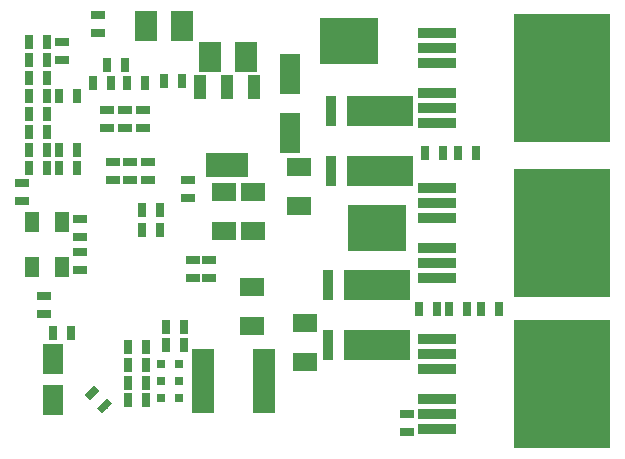
<source format=gbp>
G04 #@! TF.GenerationSoftware,KiCad,Pcbnew,(5.1.0)-1*
G04 #@! TF.CreationDate,2020-02-16T21:22:29+11:00*
G04 #@! TF.ProjectId,BLDC_4,424c4443-5f34-42e6-9b69-6361645f7063,A*
G04 #@! TF.SameCoordinates,Original*
G04 #@! TF.FileFunction,Paste,Bot*
G04 #@! TF.FilePolarity,Positive*
%FSLAX46Y46*%
G04 Gerber Fmt 4.6, Leading zero omitted, Abs format (unit mm)*
G04 Created by KiCad (PCBNEW (5.1.0)-1) date 2020-02-16 21:22:29*
%MOMM*%
%LPD*%
G04 APERTURE LIST*
%ADD10R,1.800860X3.500120*%
%ADD11R,0.889000X2.540000*%
%ADD12R,5.588000X2.540000*%
%ADD13R,1.699260X2.540000*%
%ADD14R,1.198880X1.800860*%
%ADD15R,1.950720X2.499360*%
%ADD16R,1.849120X5.499100*%
%ADD17R,0.797560X0.797560*%
%ADD18R,5.000000X4.000000*%
%ADD19R,3.200400X0.899160*%
%ADD20R,8.150860X10.800080*%
%ADD21R,2.032000X1.524000*%
%ADD22R,0.635000X1.143000*%
%ADD23R,1.143000X0.635000*%
%ADD24R,1.016000X2.032000*%
%ADD25R,3.657600X2.032000*%
%ADD26C,0.635000*%
%ADD27C,0.150000*%
G04 APERTURE END LIST*
D10*
X65970000Y-47495640D03*
X65970000Y-52494360D03*
D11*
X69208500Y-70442000D03*
X69208500Y-65362000D03*
D12*
X73336000Y-70442000D03*
X73336000Y-65362000D03*
D11*
X69462500Y-55710000D03*
X69462500Y-50630000D03*
D12*
X73590000Y-55710000D03*
X73590000Y-50630000D03*
D13*
X45904000Y-75092740D03*
X45904000Y-71633260D03*
D14*
X44146320Y-63832920D03*
X46645680Y-63832920D03*
X46645680Y-60033080D03*
X44146320Y-60033080D03*
D15*
X56826000Y-43391000D03*
X53778000Y-43391000D03*
X59176000Y-46000000D03*
X62224000Y-46000000D03*
D16*
X63719560Y-73490000D03*
X58568440Y-73490000D03*
D17*
X56559300Y-74887000D03*
X55060700Y-74887000D03*
X56549300Y-73450000D03*
X55050700Y-73450000D03*
X56549300Y-72050000D03*
X55050700Y-72050000D03*
D18*
X70923000Y-44661000D03*
X73336000Y-60536000D03*
D19*
X78413460Y-69934000D03*
X78413460Y-71204000D03*
X78413460Y-72474000D03*
X78413460Y-75014000D03*
X78413460Y-76284000D03*
X78413460Y-77554000D03*
D20*
X89015420Y-73744000D03*
D19*
X78413460Y-57107000D03*
X78413460Y-58377000D03*
X78413460Y-59647000D03*
X78413460Y-62187000D03*
X78413460Y-63457000D03*
X78413460Y-64727000D03*
D20*
X89015420Y-60917000D03*
D19*
X78413460Y-44026000D03*
X78413460Y-45296000D03*
X78413460Y-46566000D03*
X78413460Y-49106000D03*
X78413460Y-50376000D03*
X78413460Y-51646000D03*
D20*
X89015420Y-47836000D03*
D21*
X62700000Y-68851000D03*
X62700000Y-65549000D03*
X67240000Y-71839000D03*
X67240000Y-68537000D03*
X66732000Y-58631000D03*
X66732000Y-55329000D03*
X62795000Y-60790000D03*
X62795000Y-57488000D03*
X60382000Y-60790000D03*
X60382000Y-57488000D03*
D22*
X52138000Y-48200000D03*
X53662000Y-48200000D03*
X50762000Y-48200000D03*
X49238000Y-48200000D03*
X45904000Y-69426000D03*
X47428000Y-69426000D03*
D23*
X49700000Y-42488000D03*
X49700000Y-44012000D03*
D22*
X45396000Y-46312000D03*
X43872000Y-46312000D03*
X45396000Y-49360000D03*
X43872000Y-49360000D03*
X45396000Y-52408000D03*
X43872000Y-52408000D03*
X45396000Y-55456000D03*
X43872000Y-55456000D03*
X45396000Y-53932000D03*
X43872000Y-53932000D03*
X45396000Y-50884000D03*
X43872000Y-50884000D03*
X45396000Y-47836000D03*
X43872000Y-47836000D03*
D23*
X57334000Y-57996000D03*
X57334000Y-56472000D03*
D22*
X52238000Y-72100000D03*
X53762000Y-72100000D03*
D23*
X50476000Y-52027000D03*
X50476000Y-50503000D03*
X50950000Y-54938000D03*
X50950000Y-56462000D03*
X52000000Y-52027000D03*
X52000000Y-50503000D03*
X52450000Y-54938000D03*
X52450000Y-56462000D03*
X75876000Y-76284000D03*
X75876000Y-77808000D03*
D22*
X83623000Y-67394000D03*
X82099000Y-67394000D03*
D23*
X53550000Y-52012000D03*
X53550000Y-50488000D03*
X53950000Y-54938000D03*
X53950000Y-56462000D03*
D22*
X76892000Y-67394000D03*
X78416000Y-67394000D03*
X79432000Y-67394000D03*
X80956000Y-67394000D03*
X52238000Y-75100000D03*
X53762000Y-75100000D03*
X52238000Y-73600000D03*
X53762000Y-73600000D03*
X77400000Y-54186000D03*
X78924000Y-54186000D03*
X80194000Y-54186000D03*
X81718000Y-54186000D03*
D23*
X46666000Y-44788000D03*
X46666000Y-46312000D03*
D24*
X58350000Y-48598000D03*
X62922000Y-48598000D03*
X60636000Y-48598000D03*
D25*
X60636000Y-55202000D03*
D23*
X59112000Y-64727000D03*
X59112000Y-63203000D03*
D22*
X56953000Y-70442000D03*
X55429000Y-70442000D03*
D23*
X48190000Y-62568000D03*
X48190000Y-64092000D03*
X43237000Y-56726000D03*
X43237000Y-58250000D03*
X45142000Y-67775000D03*
X45142000Y-66251000D03*
D22*
X56826000Y-48090000D03*
X55302000Y-48090000D03*
X56953000Y-68918000D03*
X55429000Y-68918000D03*
D23*
X57715000Y-64727000D03*
X57715000Y-63203000D03*
D22*
X54921000Y-60663000D03*
X53397000Y-60663000D03*
X53762000Y-70600000D03*
X52238000Y-70600000D03*
D23*
X48190000Y-61298000D03*
X48190000Y-59774000D03*
D22*
X53397000Y-59012000D03*
X54921000Y-59012000D03*
X47962000Y-49350000D03*
X46438000Y-49350000D03*
X47962000Y-53900000D03*
X46438000Y-53900000D03*
X47936000Y-55456000D03*
X46412000Y-55456000D03*
X43872000Y-44788000D03*
X45396000Y-44788000D03*
D26*
X49175185Y-74475185D03*
D27*
G36*
X49803803Y-74295580D02*
G01*
X48995580Y-75103803D01*
X48546567Y-74654790D01*
X49354790Y-73846567D01*
X49803803Y-74295580D01*
X49803803Y-74295580D01*
G37*
D26*
X50252815Y-75552815D03*
D27*
G36*
X50881433Y-75373210D02*
G01*
X50073210Y-76181433D01*
X49624197Y-75732420D01*
X50432420Y-74924197D01*
X50881433Y-75373210D01*
X50881433Y-75373210D01*
G37*
D22*
X50476000Y-46693000D03*
X52000000Y-46693000D03*
M02*

</source>
